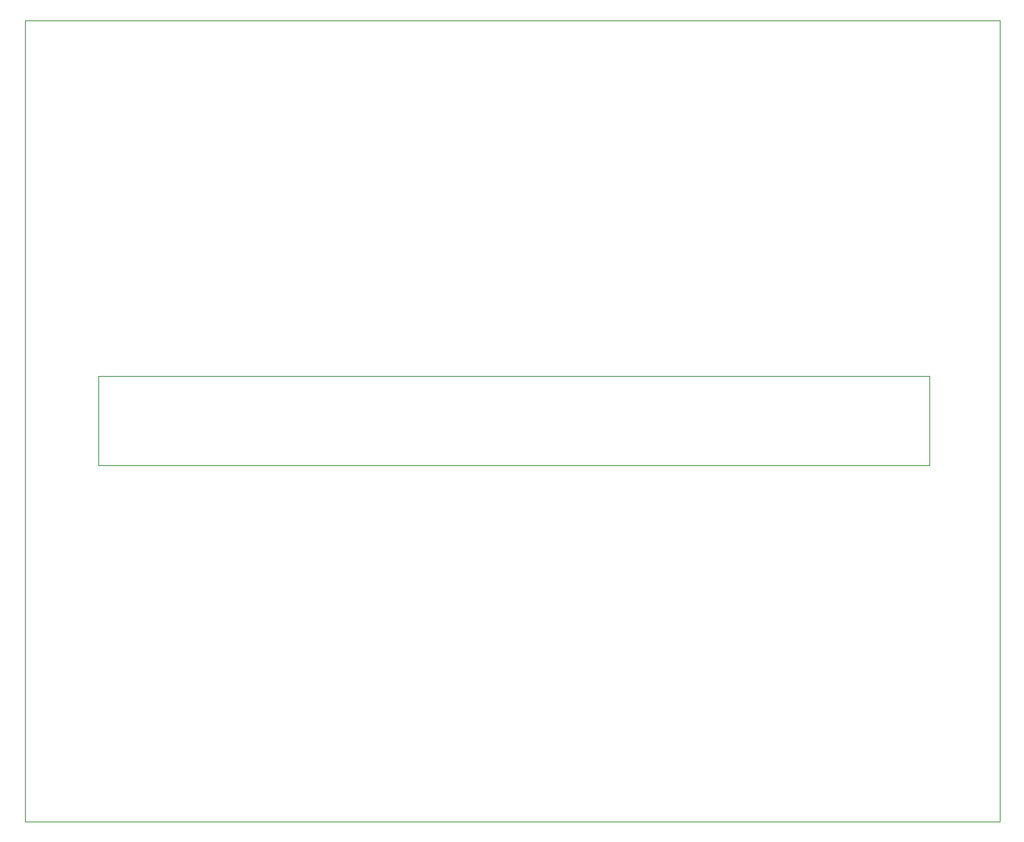
<source format=gbr>
%TF.GenerationSoftware,KiCad,Pcbnew,8.0.0*%
%TF.CreationDate,2024-05-23T14:56:37-05:00*%
%TF.ProjectId,antenna_connector,616e7465-6e6e-4615-9f63-6f6e6e656374,rev?*%
%TF.SameCoordinates,Original*%
%TF.FileFunction,Profile,NP*%
%FSLAX46Y46*%
G04 Gerber Fmt 4.6, Leading zero omitted, Abs format (unit mm)*
G04 Created by KiCad (PCBNEW 8.0.0) date 2024-05-23 14:56:37*
%MOMM*%
%LPD*%
G01*
G04 APERTURE LIST*
%TA.AperFunction,Profile*%
%ADD10C,0.050000*%
%TD*%
G04 APERTURE END LIST*
D10*
X88780000Y-143960000D02*
X88780000Y-104120000D01*
X197880000Y-54280000D02*
X197880000Y-94120000D01*
X88780000Y-94120000D02*
X88780000Y-104120000D01*
X88780000Y-54280000D02*
X197880000Y-54280000D01*
X97070000Y-94100000D02*
X97070000Y-104100000D01*
X197880000Y-104120000D02*
X197880000Y-143960000D01*
X197880000Y-94120000D02*
X197880000Y-104120000D01*
X190030000Y-94100000D02*
X97070000Y-94100000D01*
X97070000Y-104100000D02*
X190030000Y-104100000D01*
X190030000Y-94100000D02*
X190030000Y-104100000D01*
X88780000Y-94120000D02*
X88780000Y-54280000D01*
X197880000Y-143960000D02*
X88780000Y-143960000D01*
M02*

</source>
